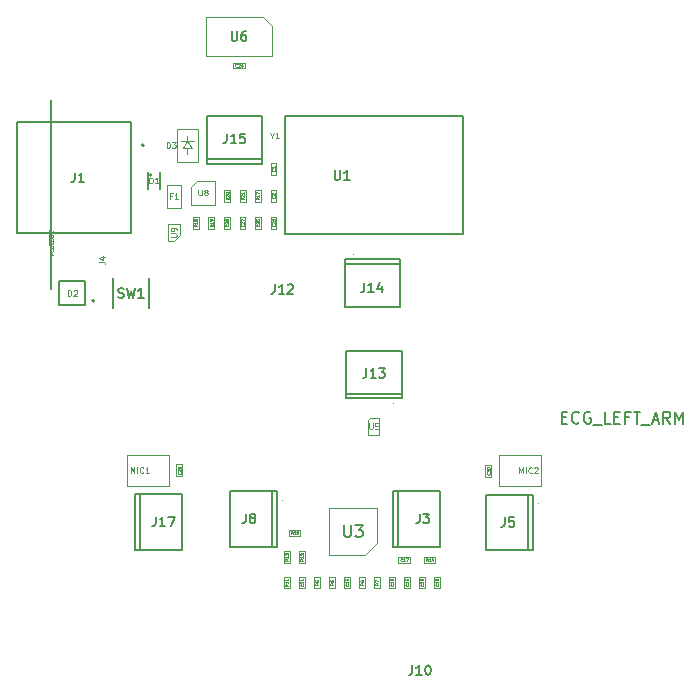
<source format=gbr>
G04 #@! TF.GenerationSoftware,KiCad,Pcbnew,(5.1.4-0-10_14)*
G04 #@! TF.CreationDate,2020-04-27T00:49:31-05:00*
G04 #@! TF.ProjectId,Lifedatalink_v1_revA,4c696665-6461-4746-916c-696e6b5f7631,rev?*
G04 #@! TF.SameCoordinates,Original*
G04 #@! TF.FileFunction,Other,Fab,Top*
%FSLAX46Y46*%
G04 Gerber Fmt 4.6, Leading zero omitted, Abs format (unit mm)*
G04 Created by KiCad (PCBNEW (5.1.4-0-10_14)) date 2020-04-27 00:49:31*
%MOMM*%
%LPD*%
G04 APERTURE LIST*
%ADD10C,0.100000*%
%ADD11C,0.127000*%
%ADD12C,0.200000*%
%ADD13C,0.080000*%
%ADD14C,0.150000*%
%ADD15C,0.040000*%
%ADD16C,0.015000*%
G04 APERTURE END LIST*
D10*
X106292640Y-112295060D02*
X109792640Y-112295060D01*
X106292640Y-109645060D02*
X109792640Y-109645060D01*
X106292640Y-112290060D02*
X106292640Y-109650060D01*
X109792640Y-112290060D02*
X109792640Y-109650060D01*
X109638140Y-113751560D02*
G75*
G03X109638140Y-113751560I-50000J0D01*
G01*
D11*
X109138140Y-117701560D02*
X108738140Y-117701560D01*
X109138140Y-113001560D02*
X109138140Y-117701560D01*
X108738140Y-113001560D02*
X109138140Y-113001560D01*
X105138140Y-113001560D02*
X108738140Y-113001560D01*
X105138140Y-117701560D02*
X105138140Y-113001560D01*
X108738140Y-117701560D02*
X105138140Y-117701560D01*
X108738140Y-113001560D02*
X108738140Y-117701560D01*
D10*
X75061440Y-116936320D02*
G75*
G03X75061440Y-116936320I-50000J0D01*
G01*
D11*
X75461440Y-112986320D02*
X75861440Y-112986320D01*
X75461440Y-117686320D02*
X75461440Y-112986320D01*
X75861440Y-117686320D02*
X75461440Y-117686320D01*
X79461440Y-117686320D02*
X75861440Y-117686320D01*
X79461440Y-112986320D02*
X79461440Y-117686320D01*
X75861440Y-112986320D02*
X79461440Y-112986320D01*
X75861440Y-117686320D02*
X75861440Y-112986320D01*
X76607800Y-97211200D02*
X76607800Y-94711200D01*
X73607800Y-94711200D02*
X73607800Y-97211200D01*
D10*
X79340000Y-86757000D02*
X79340000Y-88757000D01*
X78140000Y-86757000D02*
X79340000Y-86757000D01*
X78140000Y-88757000D02*
X78140000Y-86757000D01*
X79340000Y-88757000D02*
X78140000Y-88757000D01*
X80783000Y-82039000D02*
X80783000Y-84839000D01*
X80783000Y-84839000D02*
X78983000Y-84839000D01*
X78983000Y-84839000D02*
X78983000Y-82039000D01*
X78983000Y-82039000D02*
X80783000Y-82039000D01*
X79883000Y-82689000D02*
X79883000Y-83089000D01*
X79883000Y-83089000D02*
X80433000Y-83089000D01*
X79883000Y-83089000D02*
X79333000Y-83089000D01*
X79883000Y-83089000D02*
X80283000Y-83689000D01*
X80283000Y-83689000D02*
X79483000Y-83689000D01*
X79483000Y-83689000D02*
X79883000Y-83089000D01*
X79883000Y-83689000D02*
X79883000Y-84189000D01*
X76863200Y-85936200D02*
G75*
G03X76863200Y-85936200I-100000J0D01*
G01*
D11*
X76538200Y-85711200D02*
X76538200Y-87161200D01*
X77538200Y-85711200D02*
X77538200Y-87161200D01*
D10*
X78306940Y-109629820D02*
X74806940Y-109629820D01*
X78306940Y-112279820D02*
X74806940Y-112279820D01*
X78306940Y-109634820D02*
X78306940Y-112274820D01*
X74806940Y-109634820D02*
X74806940Y-112274820D01*
X97731960Y-118294340D02*
X98731960Y-118294340D01*
X97731960Y-118794340D02*
X97731960Y-118294340D01*
X98731960Y-118794340D02*
X97731960Y-118794340D01*
X98731960Y-118294340D02*
X98731960Y-118794340D01*
X87977020Y-113472160D02*
G75*
G03X87977020Y-113472160I-50000J0D01*
G01*
D11*
X87477020Y-117422160D02*
X87077020Y-117422160D01*
X87477020Y-112722160D02*
X87477020Y-117422160D01*
X87077020Y-112722160D02*
X87477020Y-112722160D01*
X83477020Y-112722160D02*
X87077020Y-112722160D01*
X83477020Y-117422160D02*
X83477020Y-112722160D01*
X87077020Y-117422160D02*
X83477020Y-117422160D01*
X87077020Y-112722160D02*
X87077020Y-117422160D01*
D10*
X96874960Y-116672160D02*
G75*
G03X96874960Y-116672160I-50000J0D01*
G01*
D11*
X97274960Y-112722160D02*
X97674960Y-112722160D01*
X97274960Y-117422160D02*
X97274960Y-112722160D01*
X97674960Y-117422160D02*
X97274960Y-117422160D01*
X101274960Y-117422160D02*
X97674960Y-117422160D01*
X101274960Y-112722160D02*
X101274960Y-117422160D01*
X97674960Y-112722160D02*
X101274960Y-112722160D01*
X97674960Y-117422160D02*
X97674960Y-112722160D01*
X103181800Y-90928200D02*
X103181800Y-80928200D01*
X88181800Y-90928200D02*
X103181800Y-90928200D01*
X88181800Y-80928200D02*
X88181800Y-90928200D01*
X103181800Y-80928200D02*
X88181800Y-80928200D01*
D12*
X72027756Y-96591200D02*
G75*
G03X72027756Y-96591200I-102956J0D01*
G01*
D11*
X71254800Y-94961200D02*
X71254800Y-96961200D01*
X69054800Y-94961200D02*
X71254800Y-94961200D01*
X69054800Y-96961200D02*
X69054800Y-94961200D01*
X71254800Y-96961200D02*
X69054800Y-96961200D01*
D10*
X89460960Y-116508340D02*
X88460960Y-116508340D01*
X89460960Y-116008340D02*
X89460960Y-116508340D01*
X88460960Y-116008340D02*
X89460960Y-116008340D01*
X88460960Y-116508340D02*
X88460960Y-116008340D01*
X105624440Y-110508160D02*
X105624440Y-111508160D01*
X105124440Y-110508160D02*
X105624440Y-110508160D01*
X105124440Y-111508160D02*
X105124440Y-110508160D01*
X105624440Y-111508160D02*
X105124440Y-111508160D01*
X79462440Y-110454820D02*
X79462440Y-111454820D01*
X78962440Y-110454820D02*
X79462440Y-110454820D01*
X78962440Y-111454820D02*
X78962440Y-110454820D01*
X79462440Y-111454820D02*
X78962440Y-111454820D01*
X78240000Y-91505000D02*
X78240000Y-90105000D01*
X78240000Y-90105000D02*
X79240000Y-90105000D01*
X79240000Y-90105000D02*
X79240000Y-91005000D01*
X78740000Y-91505000D02*
X78240000Y-91505000D01*
X78740000Y-91505000D02*
X79240000Y-91005000D01*
X80703800Y-86452200D02*
X82203800Y-86452200D01*
X80203800Y-86952200D02*
X80703800Y-86452200D01*
X80203800Y-88452200D02*
X80203800Y-86952200D01*
X82203800Y-88452200D02*
X80203800Y-88452200D01*
X82203800Y-86452200D02*
X82203800Y-88452200D01*
X84319300Y-88206200D02*
X84319300Y-87206200D01*
X84819300Y-88206200D02*
X84319300Y-88206200D01*
X84819300Y-87206200D02*
X84819300Y-88206200D01*
X84319300Y-87206200D02*
X84819300Y-87206200D01*
X83017550Y-88206200D02*
X83017550Y-87206200D01*
X83517550Y-88206200D02*
X83017550Y-88206200D01*
X83517550Y-87206200D02*
X83517550Y-88206200D01*
X83017550Y-87206200D02*
X83517550Y-87206200D01*
X85621050Y-88206200D02*
X85621050Y-87206200D01*
X86121050Y-88206200D02*
X85621050Y-88206200D01*
X86121050Y-87206200D02*
X86121050Y-88206200D01*
X85621050Y-87206200D02*
X86121050Y-87206200D01*
X82985300Y-90492200D02*
X82985300Y-89492200D01*
X83485300Y-90492200D02*
X82985300Y-90492200D01*
X83485300Y-89492200D02*
X83485300Y-90492200D01*
X82985300Y-89492200D02*
X83485300Y-89492200D01*
X84297800Y-90492200D02*
X84297800Y-89492200D01*
X84797800Y-90492200D02*
X84297800Y-90492200D01*
X84797800Y-89492200D02*
X84797800Y-90492200D01*
X84297800Y-89492200D02*
X84797800Y-89492200D01*
D11*
X68295800Y-79582200D02*
X68295800Y-95582200D01*
X75145800Y-81487200D02*
X65495800Y-81487200D01*
X75145800Y-90877200D02*
X75145800Y-81487200D01*
X65495800Y-81487200D02*
X65495800Y-90877200D01*
X65495800Y-90877200D02*
X75145800Y-90877200D01*
D12*
X76195800Y-83432200D02*
G75*
G03X76195800Y-83432200I-100000J0D01*
G01*
D10*
X85520800Y-85430200D02*
G75*
G03X85520800Y-85430200I-50000J0D01*
G01*
D11*
X81520800Y-84980200D02*
X81520800Y-84580200D01*
X86220800Y-84980200D02*
X81520800Y-84980200D01*
X86220800Y-84580200D02*
X86220800Y-84980200D01*
X86220800Y-80980200D02*
X86220800Y-84580200D01*
X81520800Y-80980200D02*
X86220800Y-80980200D01*
X81520800Y-84580200D02*
X81520800Y-80980200D01*
X86220800Y-84580200D02*
X81520800Y-84580200D01*
D10*
X94004800Y-92649200D02*
G75*
G03X94004800Y-92649200I-50000J0D01*
G01*
D11*
X97904800Y-93099200D02*
X97904800Y-93499200D01*
X93204800Y-93099200D02*
X97904800Y-93099200D01*
X93204800Y-93499200D02*
X93204800Y-93099200D01*
X93204800Y-97099200D02*
X93204800Y-93499200D01*
X97904800Y-97099200D02*
X93204800Y-97099200D01*
X97904800Y-93499200D02*
X97904800Y-97099200D01*
X93204800Y-93499200D02*
X97904800Y-93499200D01*
D10*
X97344680Y-105313840D02*
G75*
G03X97344680Y-105313840I-50000J0D01*
G01*
D11*
X93344680Y-104863840D02*
X93344680Y-104463840D01*
X98044680Y-104863840D02*
X93344680Y-104863840D01*
X98044680Y-104463840D02*
X98044680Y-104863840D01*
X98044680Y-100863840D02*
X98044680Y-104463840D01*
X93344680Y-100863840D02*
X98044680Y-100863840D01*
X93344680Y-104463840D02*
X93344680Y-100863840D01*
X98044680Y-104463840D02*
X93344680Y-104463840D01*
D10*
X86251640Y-72551020D02*
X87051640Y-73351020D01*
X87051640Y-73351020D02*
X87051640Y-75851020D01*
X81451640Y-75851020D02*
X87051640Y-75851020D01*
X81451640Y-72551020D02*
X81451640Y-75851020D01*
X81451640Y-72551020D02*
X86251640Y-72551020D01*
X95191480Y-107954040D02*
X96131480Y-107954040D01*
X96131480Y-107954040D02*
X96131480Y-106554040D01*
X96131480Y-106554040D02*
X95361480Y-106554040D01*
X95191480Y-106724040D02*
X95191480Y-107954040D01*
X95191480Y-106724040D02*
X95361480Y-106554040D01*
X95913960Y-117131340D02*
X94913960Y-118131340D01*
X95913960Y-114131340D02*
X95913960Y-117131340D01*
X91913960Y-114131340D02*
X95913960Y-114131340D01*
X91913960Y-118131340D02*
X91913960Y-114131340D01*
X94913960Y-118131340D02*
X91913960Y-118131340D01*
X82165000Y-89492200D02*
X82165000Y-90492200D01*
X81665000Y-89492200D02*
X82165000Y-89492200D01*
X81665000Y-90492200D02*
X81665000Y-89492200D01*
X82165000Y-90492200D02*
X81665000Y-90492200D01*
X80844200Y-89492200D02*
X80844200Y-90492200D01*
X80344200Y-89492200D02*
X80844200Y-89492200D01*
X80344200Y-90492200D02*
X80344200Y-89492200D01*
X80844200Y-90492200D02*
X80344200Y-90492200D01*
X99890960Y-118294340D02*
X100890960Y-118294340D01*
X99890960Y-118794340D02*
X99890960Y-118294340D01*
X100890960Y-118794340D02*
X99890960Y-118794340D01*
X100890960Y-118294340D02*
X100890960Y-118794340D01*
X88075960Y-118790340D02*
X88075960Y-117790340D01*
X88575960Y-118790340D02*
X88075960Y-118790340D01*
X88575960Y-117790340D02*
X88575960Y-118790340D01*
X88075960Y-117790340D02*
X88575960Y-117790340D01*
X89345960Y-118790340D02*
X89345960Y-117790340D01*
X89845960Y-118790340D02*
X89345960Y-118790340D01*
X89845960Y-117790340D02*
X89845960Y-118790340D01*
X89345960Y-117790340D02*
X89845960Y-117790340D01*
X88075960Y-120949340D02*
X88075960Y-119949340D01*
X88575960Y-120949340D02*
X88075960Y-120949340D01*
X88575960Y-119949340D02*
X88575960Y-120949340D01*
X88075960Y-119949340D02*
X88575960Y-119949340D01*
X94425960Y-120949340D02*
X94425960Y-119949340D01*
X94925960Y-120949340D02*
X94425960Y-120949340D01*
X94925960Y-119949340D02*
X94925960Y-120949340D01*
X94425960Y-119949340D02*
X94925960Y-119949340D01*
X96195960Y-119949340D02*
X96195960Y-120949340D01*
X95695960Y-119949340D02*
X96195960Y-119949340D01*
X95695960Y-120949340D02*
X95695960Y-119949340D01*
X96195960Y-120949340D02*
X95695960Y-120949340D01*
X91885960Y-120949340D02*
X91885960Y-119949340D01*
X92385960Y-120949340D02*
X91885960Y-120949340D01*
X92385960Y-119949340D02*
X92385960Y-120949340D01*
X91885960Y-119949340D02*
X92385960Y-119949340D01*
X90615960Y-120949340D02*
X90615960Y-119949340D01*
X91115960Y-120949340D02*
X90615960Y-120949340D01*
X91115960Y-119949340D02*
X91115960Y-120949340D01*
X90615960Y-119949340D02*
X91115960Y-119949340D01*
X86922800Y-90492200D02*
X86922800Y-89492200D01*
X87422800Y-90492200D02*
X86922800Y-90492200D01*
X87422800Y-89492200D02*
X87422800Y-90492200D01*
X86922800Y-89492200D02*
X87422800Y-89492200D01*
X85610300Y-90492200D02*
X85610300Y-89492200D01*
X86110300Y-90492200D02*
X85610300Y-90492200D01*
X86110300Y-89492200D02*
X86110300Y-90492200D01*
X85610300Y-89492200D02*
X86110300Y-89492200D01*
X83741640Y-76427520D02*
X84741640Y-76427520D01*
X83741640Y-76927520D02*
X83741640Y-76427520D01*
X84741640Y-76927520D02*
X83741640Y-76927520D01*
X84741640Y-76427520D02*
X84741640Y-76927520D01*
X89345960Y-120949340D02*
X89345960Y-119949340D01*
X89845960Y-120949340D02*
X89345960Y-120949340D01*
X89845960Y-119949340D02*
X89845960Y-120949340D01*
X89345960Y-119949340D02*
X89845960Y-119949340D01*
X100005960Y-119949340D02*
X100005960Y-120949340D01*
X99505960Y-119949340D02*
X100005960Y-119949340D01*
X99505960Y-120949340D02*
X99505960Y-119949340D01*
X100005960Y-120949340D02*
X99505960Y-120949340D01*
X100775960Y-120949340D02*
X100775960Y-119949340D01*
X101275960Y-120949340D02*
X100775960Y-120949340D01*
X101275960Y-119949340D02*
X101275960Y-120949340D01*
X100775960Y-119949340D02*
X101275960Y-119949340D01*
X96965960Y-120949340D02*
X96965960Y-119949340D01*
X97465960Y-120949340D02*
X96965960Y-120949340D01*
X97465960Y-119949340D02*
X97465960Y-120949340D01*
X96965960Y-119949340D02*
X97465960Y-119949340D01*
X98235960Y-120949340D02*
X98235960Y-119949340D01*
X98735960Y-120949340D02*
X98235960Y-120949340D01*
X98735960Y-119949340D02*
X98735960Y-120949340D01*
X98235960Y-119949340D02*
X98735960Y-119949340D01*
X93655960Y-119949340D02*
X93655960Y-120949340D01*
X93155960Y-119949340D02*
X93655960Y-119949340D01*
X93155960Y-120949340D02*
X93155960Y-119949340D01*
X93655960Y-120949340D02*
X93155960Y-120949340D01*
X86922800Y-88206200D02*
X86922800Y-87206200D01*
X87422800Y-88206200D02*
X86922800Y-88206200D01*
X87422800Y-87206200D02*
X87422800Y-88206200D01*
X86922800Y-87206200D02*
X87422800Y-87206200D01*
X86922800Y-85920200D02*
X86922800Y-84920200D01*
X87422800Y-85920200D02*
X86922800Y-85920200D01*
X87422800Y-84920200D02*
X87422800Y-85920200D01*
X86922800Y-84920200D02*
X87422800Y-84920200D01*
D13*
X107978830Y-111196250D02*
X107978830Y-110696250D01*
X108145497Y-111053393D01*
X108312163Y-110696250D01*
X108312163Y-111196250D01*
X108550259Y-111196250D02*
X108550259Y-110696250D01*
X109074068Y-111148631D02*
X109050259Y-111172440D01*
X108978830Y-111196250D01*
X108931211Y-111196250D01*
X108859782Y-111172440D01*
X108812163Y-111124821D01*
X108788354Y-111077202D01*
X108764544Y-110981964D01*
X108764544Y-110910536D01*
X108788354Y-110815298D01*
X108812163Y-110767679D01*
X108859782Y-110720060D01*
X108931211Y-110696250D01*
X108978830Y-110696250D01*
X109050259Y-110720060D01*
X109074068Y-110743869D01*
X109264544Y-110743869D02*
X109288354Y-110720060D01*
X109335973Y-110696250D01*
X109455020Y-110696250D01*
X109502640Y-110720060D01*
X109526449Y-110743869D01*
X109550259Y-110791488D01*
X109550259Y-110839107D01*
X109526449Y-110910536D01*
X109240735Y-111196250D01*
X109550259Y-111196250D01*
D14*
X106771473Y-114913464D02*
X106771473Y-115484893D01*
X106733378Y-115599179D01*
X106657187Y-115675369D01*
X106542901Y-115713464D01*
X106466711Y-115713464D01*
X107533378Y-114913464D02*
X107152425Y-114913464D01*
X107114330Y-115294417D01*
X107152425Y-115256321D01*
X107228616Y-115218226D01*
X107419092Y-115218226D01*
X107495282Y-115256321D01*
X107533378Y-115294417D01*
X107571473Y-115370607D01*
X107571473Y-115561083D01*
X107533378Y-115637274D01*
X107495282Y-115675369D01*
X107419092Y-115713464D01*
X107228616Y-115713464D01*
X107152425Y-115675369D01*
X107114330Y-115637274D01*
X77203380Y-114877904D02*
X77203380Y-115449333D01*
X77165285Y-115563619D01*
X77089095Y-115639809D01*
X76974809Y-115677904D01*
X76898619Y-115677904D01*
X78003380Y-115677904D02*
X77546238Y-115677904D01*
X77774809Y-115677904D02*
X77774809Y-114877904D01*
X77698619Y-114992190D01*
X77622428Y-115068380D01*
X77546238Y-115106476D01*
X78270047Y-114877904D02*
X78803380Y-114877904D01*
X78460523Y-115677904D01*
X74041133Y-96285009D02*
X74155419Y-96323104D01*
X74345895Y-96323104D01*
X74422085Y-96285009D01*
X74460180Y-96246914D01*
X74498276Y-96170723D01*
X74498276Y-96094533D01*
X74460180Y-96018342D01*
X74422085Y-95980247D01*
X74345895Y-95942152D01*
X74193514Y-95904057D01*
X74117323Y-95865961D01*
X74079228Y-95827866D01*
X74041133Y-95751676D01*
X74041133Y-95675485D01*
X74079228Y-95599295D01*
X74117323Y-95561200D01*
X74193514Y-95523104D01*
X74383990Y-95523104D01*
X74498276Y-95561200D01*
X74764942Y-95523104D02*
X74955419Y-96323104D01*
X75107800Y-95751676D01*
X75260180Y-96323104D01*
X75450657Y-95523104D01*
X76174466Y-96323104D02*
X75717323Y-96323104D01*
X75945895Y-96323104D02*
X75945895Y-95523104D01*
X75869704Y-95637390D01*
X75793514Y-95713580D01*
X75717323Y-95751676D01*
D13*
X78573333Y-87721285D02*
X78406666Y-87721285D01*
X78406666Y-87983190D02*
X78406666Y-87483190D01*
X78644761Y-87483190D01*
X79097142Y-87983190D02*
X78811428Y-87983190D01*
X78954285Y-87983190D02*
X78954285Y-87483190D01*
X78906666Y-87554619D01*
X78859047Y-87602238D01*
X78811428Y-87626047D01*
X78116952Y-83665190D02*
X78116952Y-83165190D01*
X78236000Y-83165190D01*
X78307428Y-83189000D01*
X78355047Y-83236619D01*
X78378857Y-83284238D01*
X78402666Y-83379476D01*
X78402666Y-83450904D01*
X78378857Y-83546142D01*
X78355047Y-83593761D01*
X78307428Y-83641380D01*
X78236000Y-83665190D01*
X78116952Y-83665190D01*
X78569333Y-83165190D02*
X78878857Y-83165190D01*
X78712190Y-83355666D01*
X78783619Y-83355666D01*
X78831238Y-83379476D01*
X78855047Y-83403285D01*
X78878857Y-83450904D01*
X78878857Y-83569952D01*
X78855047Y-83617571D01*
X78831238Y-83641380D01*
X78783619Y-83665190D01*
X78640761Y-83665190D01*
X78593142Y-83641380D01*
X78569333Y-83617571D01*
X72420990Y-93333866D02*
X72778133Y-93333866D01*
X72849561Y-93357676D01*
X72897180Y-93405295D01*
X72920990Y-93476723D01*
X72920990Y-93524342D01*
X72587657Y-92881485D02*
X72920990Y-92881485D01*
X72397180Y-93000533D02*
X72754323Y-93119580D01*
X72754323Y-92810057D01*
X76669152Y-86662390D02*
X76669152Y-86162390D01*
X76788200Y-86162390D01*
X76859628Y-86186200D01*
X76907247Y-86233819D01*
X76931057Y-86281438D01*
X76954866Y-86376676D01*
X76954866Y-86448104D01*
X76931057Y-86543342D01*
X76907247Y-86590961D01*
X76859628Y-86638580D01*
X76788200Y-86662390D01*
X76669152Y-86662390D01*
X77431057Y-86662390D02*
X77145342Y-86662390D01*
X77288200Y-86662390D02*
X77288200Y-86162390D01*
X77240580Y-86233819D01*
X77192961Y-86281438D01*
X77145342Y-86305247D01*
X75073130Y-111181010D02*
X75073130Y-110681010D01*
X75239797Y-111038153D01*
X75406463Y-110681010D01*
X75406463Y-111181010D01*
X75644559Y-111181010D02*
X75644559Y-110681010D01*
X76168368Y-111133391D02*
X76144559Y-111157200D01*
X76073130Y-111181010D01*
X76025511Y-111181010D01*
X75954082Y-111157200D01*
X75906463Y-111109581D01*
X75882654Y-111061962D01*
X75858844Y-110966724D01*
X75858844Y-110895296D01*
X75882654Y-110800058D01*
X75906463Y-110752439D01*
X75954082Y-110704820D01*
X76025511Y-110681010D01*
X76073130Y-110681010D01*
X76144559Y-110704820D01*
X76168368Y-110728629D01*
X76644559Y-111181010D02*
X76358844Y-111181010D01*
X76501701Y-111181010D02*
X76501701Y-110681010D01*
X76454082Y-110752439D01*
X76406463Y-110800058D01*
X76358844Y-110823867D01*
D15*
X98071245Y-118633625D02*
X98059340Y-118645530D01*
X98023626Y-118657435D01*
X97999817Y-118657435D01*
X97964102Y-118645530D01*
X97940293Y-118621720D01*
X97928388Y-118597911D01*
X97916483Y-118550292D01*
X97916483Y-118514578D01*
X97928388Y-118466959D01*
X97940293Y-118443149D01*
X97964102Y-118419340D01*
X97999817Y-118407435D01*
X98023626Y-118407435D01*
X98059340Y-118419340D01*
X98071245Y-118431244D01*
X98309340Y-118657435D02*
X98166483Y-118657435D01*
X98237912Y-118657435D02*
X98237912Y-118407435D01*
X98214102Y-118443149D01*
X98190293Y-118466959D01*
X98166483Y-118478863D01*
X98392674Y-118407435D02*
X98559340Y-118407435D01*
X98452198Y-118657435D01*
D14*
X84823333Y-114634064D02*
X84823333Y-115205493D01*
X84785238Y-115319779D01*
X84709047Y-115395969D01*
X84594761Y-115434064D01*
X84518571Y-115434064D01*
X85318571Y-114976921D02*
X85242380Y-114938826D01*
X85204285Y-114900731D01*
X85166190Y-114824540D01*
X85166190Y-114786445D01*
X85204285Y-114710255D01*
X85242380Y-114672160D01*
X85318571Y-114634064D01*
X85470952Y-114634064D01*
X85547142Y-114672160D01*
X85585238Y-114710255D01*
X85623333Y-114786445D01*
X85623333Y-114824540D01*
X85585238Y-114900731D01*
X85547142Y-114938826D01*
X85470952Y-114976921D01*
X85318571Y-114976921D01*
X85242380Y-115015017D01*
X85204285Y-115053112D01*
X85166190Y-115129302D01*
X85166190Y-115281683D01*
X85204285Y-115357874D01*
X85242380Y-115395969D01*
X85318571Y-115434064D01*
X85470952Y-115434064D01*
X85547142Y-115395969D01*
X85585238Y-115357874D01*
X85623333Y-115281683D01*
X85623333Y-115129302D01*
X85585238Y-115053112D01*
X85547142Y-115015017D01*
X85470952Y-114976921D01*
X111570142Y-106466571D02*
X111903476Y-106466571D01*
X112046333Y-106990380D02*
X111570142Y-106990380D01*
X111570142Y-105990380D01*
X112046333Y-105990380D01*
X113046333Y-106895142D02*
X112998714Y-106942761D01*
X112855857Y-106990380D01*
X112760619Y-106990380D01*
X112617761Y-106942761D01*
X112522523Y-106847523D01*
X112474904Y-106752285D01*
X112427285Y-106561809D01*
X112427285Y-106418952D01*
X112474904Y-106228476D01*
X112522523Y-106133238D01*
X112617761Y-106038000D01*
X112760619Y-105990380D01*
X112855857Y-105990380D01*
X112998714Y-106038000D01*
X113046333Y-106085619D01*
X113998714Y-106038000D02*
X113903476Y-105990380D01*
X113760619Y-105990380D01*
X113617761Y-106038000D01*
X113522523Y-106133238D01*
X113474904Y-106228476D01*
X113427285Y-106418952D01*
X113427285Y-106561809D01*
X113474904Y-106752285D01*
X113522523Y-106847523D01*
X113617761Y-106942761D01*
X113760619Y-106990380D01*
X113855857Y-106990380D01*
X113998714Y-106942761D01*
X114046333Y-106895142D01*
X114046333Y-106561809D01*
X113855857Y-106561809D01*
X114236809Y-107085619D02*
X114998714Y-107085619D01*
X115713000Y-106990380D02*
X115236809Y-106990380D01*
X115236809Y-105990380D01*
X116046333Y-106466571D02*
X116379666Y-106466571D01*
X116522523Y-106990380D02*
X116046333Y-106990380D01*
X116046333Y-105990380D01*
X116522523Y-105990380D01*
X117284428Y-106466571D02*
X116951095Y-106466571D01*
X116951095Y-106990380D02*
X116951095Y-105990380D01*
X117427285Y-105990380D01*
X117665380Y-105990380D02*
X118236809Y-105990380D01*
X117951095Y-106990380D02*
X117951095Y-105990380D01*
X118332047Y-107085619D02*
X119093952Y-107085619D01*
X119284428Y-106704666D02*
X119760619Y-106704666D01*
X119189190Y-106990380D02*
X119522523Y-105990380D01*
X119855857Y-106990380D01*
X120760619Y-106990380D02*
X120427285Y-106514190D01*
X120189190Y-106990380D02*
X120189190Y-105990380D01*
X120570142Y-105990380D01*
X120665380Y-106038000D01*
X120713000Y-106085619D01*
X120760619Y-106180857D01*
X120760619Y-106323714D01*
X120713000Y-106418952D01*
X120665380Y-106466571D01*
X120570142Y-106514190D01*
X120189190Y-106514190D01*
X121189190Y-106990380D02*
X121189190Y-105990380D01*
X121522523Y-106704666D01*
X121855857Y-105990380D01*
X121855857Y-106990380D01*
X99555333Y-114634064D02*
X99555333Y-115205493D01*
X99517238Y-115319779D01*
X99441047Y-115395969D01*
X99326761Y-115434064D01*
X99250571Y-115434064D01*
X99860095Y-114634064D02*
X100355333Y-114634064D01*
X100088666Y-114938826D01*
X100202952Y-114938826D01*
X100279142Y-114976921D01*
X100317238Y-115015017D01*
X100355333Y-115091207D01*
X100355333Y-115281683D01*
X100317238Y-115357874D01*
X100279142Y-115395969D01*
X100202952Y-115434064D01*
X99974380Y-115434064D01*
X99898190Y-115395969D01*
X99860095Y-115357874D01*
X92354476Y-85540904D02*
X92354476Y-86188523D01*
X92392571Y-86264714D01*
X92430666Y-86302809D01*
X92506857Y-86340904D01*
X92659238Y-86340904D01*
X92735428Y-86302809D01*
X92773523Y-86264714D01*
X92811619Y-86188523D01*
X92811619Y-85540904D01*
X93611619Y-86340904D02*
X93154476Y-86340904D01*
X93383047Y-86340904D02*
X93383047Y-85540904D01*
X93306857Y-85655190D01*
X93230666Y-85731380D01*
X93154476Y-85769476D01*
D13*
X69785752Y-96187390D02*
X69785752Y-95687390D01*
X69904800Y-95687390D01*
X69976228Y-95711200D01*
X70023847Y-95758819D01*
X70047657Y-95806438D01*
X70071466Y-95901676D01*
X70071466Y-95973104D01*
X70047657Y-96068342D01*
X70023847Y-96115961D01*
X69976228Y-96163580D01*
X69904800Y-96187390D01*
X69785752Y-96187390D01*
X70261942Y-95735009D02*
X70285752Y-95711200D01*
X70333371Y-95687390D01*
X70452419Y-95687390D01*
X70500038Y-95711200D01*
X70523847Y-95735009D01*
X70547657Y-95782628D01*
X70547657Y-95830247D01*
X70523847Y-95901676D01*
X70238133Y-96187390D01*
X70547657Y-96187390D01*
D14*
X87287180Y-95192904D02*
X87287180Y-95764333D01*
X87249085Y-95878619D01*
X87172895Y-95954809D01*
X87058609Y-95992904D01*
X86982419Y-95992904D01*
X88087180Y-95992904D02*
X87630038Y-95992904D01*
X87858609Y-95992904D02*
X87858609Y-95192904D01*
X87782419Y-95307190D01*
X87706228Y-95383380D01*
X87630038Y-95421476D01*
X88391942Y-95269095D02*
X88430038Y-95231000D01*
X88506228Y-95192904D01*
X88696704Y-95192904D01*
X88772895Y-95231000D01*
X88810990Y-95269095D01*
X88849085Y-95345285D01*
X88849085Y-95421476D01*
X88810990Y-95535761D01*
X88353847Y-95992904D01*
X88849085Y-95992904D01*
D15*
X88800245Y-116371435D02*
X88716912Y-116252387D01*
X88657388Y-116371435D02*
X88657388Y-116121435D01*
X88752626Y-116121435D01*
X88776436Y-116133340D01*
X88788340Y-116145244D01*
X88800245Y-116169054D01*
X88800245Y-116204768D01*
X88788340Y-116228578D01*
X88776436Y-116240482D01*
X88752626Y-116252387D01*
X88657388Y-116252387D01*
X88895483Y-116145244D02*
X88907388Y-116133340D01*
X88931198Y-116121435D01*
X88990721Y-116121435D01*
X89014531Y-116133340D01*
X89026436Y-116145244D01*
X89038340Y-116169054D01*
X89038340Y-116192863D01*
X89026436Y-116228578D01*
X88883579Y-116371435D01*
X89038340Y-116371435D01*
X89133579Y-116145244D02*
X89145483Y-116133340D01*
X89169293Y-116121435D01*
X89228817Y-116121435D01*
X89252626Y-116133340D01*
X89264531Y-116145244D01*
X89276436Y-116169054D01*
X89276436Y-116192863D01*
X89264531Y-116228578D01*
X89121674Y-116371435D01*
X89276436Y-116371435D01*
X105463725Y-111168874D02*
X105475630Y-111180779D01*
X105487535Y-111216493D01*
X105487535Y-111240302D01*
X105475630Y-111276017D01*
X105451820Y-111299826D01*
X105428011Y-111311731D01*
X105380392Y-111323636D01*
X105344678Y-111323636D01*
X105297059Y-111311731D01*
X105273249Y-111299826D01*
X105249440Y-111276017D01*
X105237535Y-111240302D01*
X105237535Y-111216493D01*
X105249440Y-111180779D01*
X105261344Y-111168874D01*
X105237535Y-111085540D02*
X105237535Y-110930779D01*
X105332773Y-111014112D01*
X105332773Y-110978398D01*
X105344678Y-110954588D01*
X105356582Y-110942683D01*
X105380392Y-110930779D01*
X105439916Y-110930779D01*
X105463725Y-110942683D01*
X105475630Y-110954588D01*
X105487535Y-110978398D01*
X105487535Y-111049826D01*
X105475630Y-111073636D01*
X105463725Y-111085540D01*
X105237535Y-110776017D02*
X105237535Y-110752207D01*
X105249440Y-110728398D01*
X105261344Y-110716493D01*
X105285154Y-110704588D01*
X105332773Y-110692683D01*
X105392297Y-110692683D01*
X105439916Y-110704588D01*
X105463725Y-110716493D01*
X105475630Y-110728398D01*
X105487535Y-110752207D01*
X105487535Y-110776017D01*
X105475630Y-110799826D01*
X105463725Y-110811731D01*
X105439916Y-110823636D01*
X105392297Y-110835540D01*
X105332773Y-110835540D01*
X105285154Y-110823636D01*
X105261344Y-110811731D01*
X105249440Y-110799826D01*
X105237535Y-110776017D01*
X79301725Y-111115534D02*
X79313630Y-111127439D01*
X79325535Y-111163153D01*
X79325535Y-111186962D01*
X79313630Y-111222677D01*
X79289820Y-111246486D01*
X79266011Y-111258391D01*
X79218392Y-111270296D01*
X79182678Y-111270296D01*
X79135059Y-111258391D01*
X79111249Y-111246486D01*
X79087440Y-111222677D01*
X79075535Y-111186962D01*
X79075535Y-111163153D01*
X79087440Y-111127439D01*
X79099344Y-111115534D01*
X79099344Y-111020296D02*
X79087440Y-111008391D01*
X79075535Y-110984581D01*
X79075535Y-110925058D01*
X79087440Y-110901248D01*
X79099344Y-110889343D01*
X79123154Y-110877439D01*
X79146963Y-110877439D01*
X79182678Y-110889343D01*
X79325535Y-111032200D01*
X79325535Y-110877439D01*
X79325535Y-110758391D02*
X79325535Y-110710772D01*
X79313630Y-110686962D01*
X79301725Y-110675058D01*
X79266011Y-110651248D01*
X79218392Y-110639343D01*
X79123154Y-110639343D01*
X79099344Y-110651248D01*
X79087440Y-110663153D01*
X79075535Y-110686962D01*
X79075535Y-110734581D01*
X79087440Y-110758391D01*
X79099344Y-110770296D01*
X79123154Y-110782200D01*
X79182678Y-110782200D01*
X79206487Y-110770296D01*
X79218392Y-110758391D01*
X79230297Y-110734581D01*
X79230297Y-110686962D01*
X79218392Y-110663153D01*
X79206487Y-110651248D01*
X79182678Y-110639343D01*
D13*
X78466190Y-91185952D02*
X78870952Y-91185952D01*
X78918571Y-91162142D01*
X78942380Y-91138333D01*
X78966190Y-91090714D01*
X78966190Y-90995476D01*
X78942380Y-90947857D01*
X78918571Y-90924047D01*
X78870952Y-90900238D01*
X78466190Y-90900238D01*
X78966190Y-90638333D02*
X78966190Y-90543095D01*
X78942380Y-90495476D01*
X78918571Y-90471666D01*
X78847142Y-90424047D01*
X78751904Y-90400238D01*
X78561428Y-90400238D01*
X78513809Y-90424047D01*
X78490000Y-90447857D01*
X78466190Y-90495476D01*
X78466190Y-90590714D01*
X78490000Y-90638333D01*
X78513809Y-90662142D01*
X78561428Y-90685952D01*
X78680476Y-90685952D01*
X78728095Y-90662142D01*
X78751904Y-90638333D01*
X78775714Y-90590714D01*
X78775714Y-90495476D01*
X78751904Y-90447857D01*
X78728095Y-90424047D01*
X78680476Y-90400238D01*
X80822847Y-87178390D02*
X80822847Y-87583152D01*
X80846657Y-87630771D01*
X80870466Y-87654580D01*
X80918085Y-87678390D01*
X81013323Y-87678390D01*
X81060942Y-87654580D01*
X81084752Y-87630771D01*
X81108561Y-87583152D01*
X81108561Y-87178390D01*
X81418085Y-87392676D02*
X81370466Y-87368866D01*
X81346657Y-87345057D01*
X81322847Y-87297438D01*
X81322847Y-87273628D01*
X81346657Y-87226009D01*
X81370466Y-87202200D01*
X81418085Y-87178390D01*
X81513323Y-87178390D01*
X81560942Y-87202200D01*
X81584752Y-87226009D01*
X81608561Y-87273628D01*
X81608561Y-87297438D01*
X81584752Y-87345057D01*
X81560942Y-87368866D01*
X81513323Y-87392676D01*
X81418085Y-87392676D01*
X81370466Y-87416485D01*
X81346657Y-87440295D01*
X81322847Y-87487914D01*
X81322847Y-87583152D01*
X81346657Y-87630771D01*
X81370466Y-87654580D01*
X81418085Y-87678390D01*
X81513323Y-87678390D01*
X81560942Y-87654580D01*
X81584752Y-87630771D01*
X81608561Y-87583152D01*
X81608561Y-87487914D01*
X81584752Y-87440295D01*
X81560942Y-87416485D01*
X81513323Y-87392676D01*
D15*
X84682395Y-87866914D02*
X84563347Y-87950247D01*
X84682395Y-88009771D02*
X84432395Y-88009771D01*
X84432395Y-87914533D01*
X84444300Y-87890723D01*
X84456204Y-87878819D01*
X84480014Y-87866914D01*
X84515728Y-87866914D01*
X84539538Y-87878819D01*
X84551442Y-87890723D01*
X84563347Y-87914533D01*
X84563347Y-88009771D01*
X84456204Y-87771676D02*
X84444300Y-87759771D01*
X84432395Y-87735961D01*
X84432395Y-87676438D01*
X84444300Y-87652628D01*
X84456204Y-87640723D01*
X84480014Y-87628819D01*
X84503823Y-87628819D01*
X84539538Y-87640723D01*
X84682395Y-87783580D01*
X84682395Y-87628819D01*
X84682395Y-87390723D02*
X84682395Y-87533580D01*
X84682395Y-87462152D02*
X84432395Y-87462152D01*
X84468109Y-87485961D01*
X84491919Y-87509771D01*
X84503823Y-87533580D01*
X83380645Y-87866914D02*
X83261597Y-87950247D01*
X83380645Y-88009771D02*
X83130645Y-88009771D01*
X83130645Y-87914533D01*
X83142550Y-87890723D01*
X83154454Y-87878819D01*
X83178264Y-87866914D01*
X83213978Y-87866914D01*
X83237788Y-87878819D01*
X83249692Y-87890723D01*
X83261597Y-87914533D01*
X83261597Y-88009771D01*
X83154454Y-87771676D02*
X83142550Y-87759771D01*
X83130645Y-87735961D01*
X83130645Y-87676438D01*
X83142550Y-87652628D01*
X83154454Y-87640723D01*
X83178264Y-87628819D01*
X83202073Y-87628819D01*
X83237788Y-87640723D01*
X83380645Y-87783580D01*
X83380645Y-87628819D01*
X83130645Y-87474057D02*
X83130645Y-87450247D01*
X83142550Y-87426438D01*
X83154454Y-87414533D01*
X83178264Y-87402628D01*
X83225883Y-87390723D01*
X83285407Y-87390723D01*
X83333026Y-87402628D01*
X83356835Y-87414533D01*
X83368740Y-87426438D01*
X83380645Y-87450247D01*
X83380645Y-87474057D01*
X83368740Y-87497866D01*
X83356835Y-87509771D01*
X83333026Y-87521676D01*
X83285407Y-87533580D01*
X83225883Y-87533580D01*
X83178264Y-87521676D01*
X83154454Y-87509771D01*
X83142550Y-87497866D01*
X83130645Y-87474057D01*
X85984145Y-87866914D02*
X85865097Y-87950247D01*
X85984145Y-88009771D02*
X85734145Y-88009771D01*
X85734145Y-87914533D01*
X85746050Y-87890723D01*
X85757954Y-87878819D01*
X85781764Y-87866914D01*
X85817478Y-87866914D01*
X85841288Y-87878819D01*
X85853192Y-87890723D01*
X85865097Y-87914533D01*
X85865097Y-88009771D01*
X85984145Y-87628819D02*
X85984145Y-87771676D01*
X85984145Y-87700247D02*
X85734145Y-87700247D01*
X85769859Y-87724057D01*
X85793669Y-87747866D01*
X85805573Y-87771676D01*
X85734145Y-87545485D02*
X85734145Y-87378819D01*
X85984145Y-87485961D01*
X83324585Y-90152914D02*
X83336490Y-90164819D01*
X83348395Y-90200533D01*
X83348395Y-90224342D01*
X83336490Y-90260057D01*
X83312680Y-90283866D01*
X83288871Y-90295771D01*
X83241252Y-90307676D01*
X83205538Y-90307676D01*
X83157919Y-90295771D01*
X83134109Y-90283866D01*
X83110300Y-90260057D01*
X83098395Y-90224342D01*
X83098395Y-90200533D01*
X83110300Y-90164819D01*
X83122204Y-90152914D01*
X83122204Y-90057676D02*
X83110300Y-90045771D01*
X83098395Y-90021961D01*
X83098395Y-89962438D01*
X83110300Y-89938628D01*
X83122204Y-89926723D01*
X83146014Y-89914819D01*
X83169823Y-89914819D01*
X83205538Y-89926723D01*
X83348395Y-90069580D01*
X83348395Y-89914819D01*
X83205538Y-89771961D02*
X83193633Y-89795771D01*
X83181728Y-89807676D01*
X83157919Y-89819580D01*
X83146014Y-89819580D01*
X83122204Y-89807676D01*
X83110300Y-89795771D01*
X83098395Y-89771961D01*
X83098395Y-89724342D01*
X83110300Y-89700533D01*
X83122204Y-89688628D01*
X83146014Y-89676723D01*
X83157919Y-89676723D01*
X83181728Y-89688628D01*
X83193633Y-89700533D01*
X83205538Y-89724342D01*
X83205538Y-89771961D01*
X83217442Y-89795771D01*
X83229347Y-89807676D01*
X83253157Y-89819580D01*
X83300776Y-89819580D01*
X83324585Y-89807676D01*
X83336490Y-89795771D01*
X83348395Y-89771961D01*
X83348395Y-89724342D01*
X83336490Y-89700533D01*
X83324585Y-89688628D01*
X83300776Y-89676723D01*
X83253157Y-89676723D01*
X83229347Y-89688628D01*
X83217442Y-89700533D01*
X83205538Y-89724342D01*
X84637085Y-90152914D02*
X84648990Y-90164819D01*
X84660895Y-90200533D01*
X84660895Y-90224342D01*
X84648990Y-90260057D01*
X84625180Y-90283866D01*
X84601371Y-90295771D01*
X84553752Y-90307676D01*
X84518038Y-90307676D01*
X84470419Y-90295771D01*
X84446609Y-90283866D01*
X84422800Y-90260057D01*
X84410895Y-90224342D01*
X84410895Y-90200533D01*
X84422800Y-90164819D01*
X84434704Y-90152914D01*
X84434704Y-90057676D02*
X84422800Y-90045771D01*
X84410895Y-90021961D01*
X84410895Y-89962438D01*
X84422800Y-89938628D01*
X84434704Y-89926723D01*
X84458514Y-89914819D01*
X84482323Y-89914819D01*
X84518038Y-89926723D01*
X84660895Y-90069580D01*
X84660895Y-89914819D01*
X84410895Y-89831485D02*
X84410895Y-89664819D01*
X84660895Y-89771961D01*
D14*
X98920380Y-127450904D02*
X98920380Y-128022333D01*
X98882285Y-128136619D01*
X98806095Y-128212809D01*
X98691809Y-128250904D01*
X98615619Y-128250904D01*
X99720380Y-128250904D02*
X99263238Y-128250904D01*
X99491809Y-128250904D02*
X99491809Y-127450904D01*
X99415619Y-127565190D01*
X99339428Y-127641380D01*
X99263238Y-127679476D01*
X100215619Y-127450904D02*
X100291809Y-127450904D01*
X100368000Y-127489000D01*
X100406095Y-127527095D01*
X100444190Y-127603285D01*
X100482285Y-127755666D01*
X100482285Y-127946142D01*
X100444190Y-128098523D01*
X100406095Y-128174714D01*
X100368000Y-128212809D01*
X100291809Y-128250904D01*
X100215619Y-128250904D01*
X100139428Y-128212809D01*
X100101333Y-128174714D01*
X100063238Y-128098523D01*
X100025142Y-127946142D01*
X100025142Y-127755666D01*
X100063238Y-127603285D01*
X100101333Y-127527095D01*
X100139428Y-127489000D01*
X100215619Y-127450904D01*
X70345333Y-85744104D02*
X70345333Y-86315533D01*
X70307238Y-86429819D01*
X70231047Y-86506009D01*
X70116761Y-86544104D01*
X70040571Y-86544104D01*
X71145333Y-86544104D02*
X70688190Y-86544104D01*
X70916761Y-86544104D02*
X70916761Y-85744104D01*
X70840571Y-85858390D01*
X70764380Y-85934580D01*
X70688190Y-85972676D01*
D16*
X68540561Y-92745533D02*
X68220561Y-92745533D01*
X68220561Y-92623628D01*
X68235800Y-92593152D01*
X68251038Y-92577914D01*
X68281514Y-92562676D01*
X68327228Y-92562676D01*
X68357704Y-92577914D01*
X68372942Y-92593152D01*
X68388180Y-92623628D01*
X68388180Y-92745533D01*
X68510085Y-92242676D02*
X68525323Y-92257914D01*
X68540561Y-92303628D01*
X68540561Y-92334104D01*
X68525323Y-92379819D01*
X68494847Y-92410295D01*
X68464371Y-92425533D01*
X68403419Y-92440771D01*
X68357704Y-92440771D01*
X68296752Y-92425533D01*
X68266276Y-92410295D01*
X68235800Y-92379819D01*
X68220561Y-92334104D01*
X68220561Y-92303628D01*
X68235800Y-92257914D01*
X68251038Y-92242676D01*
X68372942Y-91998866D02*
X68388180Y-91953152D01*
X68403419Y-91937914D01*
X68433895Y-91922676D01*
X68479609Y-91922676D01*
X68510085Y-91937914D01*
X68525323Y-91953152D01*
X68540561Y-91983628D01*
X68540561Y-92105533D01*
X68220561Y-92105533D01*
X68220561Y-91998866D01*
X68235800Y-91968390D01*
X68251038Y-91953152D01*
X68281514Y-91937914D01*
X68311990Y-91937914D01*
X68342466Y-91953152D01*
X68357704Y-91968390D01*
X68372942Y-91998866D01*
X68372942Y-92105533D01*
X68145900Y-91861723D02*
X68145900Y-91572200D01*
X68372942Y-91785533D02*
X68372942Y-91678866D01*
X68540561Y-91633152D02*
X68540561Y-91785533D01*
X68220561Y-91785533D01*
X68220561Y-91633152D01*
X68145900Y-91572200D02*
X68145900Y-91252200D01*
X68540561Y-91496009D02*
X68220561Y-91496009D01*
X68220561Y-91419819D01*
X68235800Y-91374104D01*
X68266276Y-91343628D01*
X68296752Y-91328390D01*
X68357704Y-91313152D01*
X68403419Y-91313152D01*
X68464371Y-91328390D01*
X68494847Y-91343628D01*
X68525323Y-91374104D01*
X68540561Y-91419819D01*
X68540561Y-91496009D01*
X68145900Y-91252200D02*
X68145900Y-90932200D01*
X68235800Y-91008390D02*
X68220561Y-91038866D01*
X68220561Y-91084580D01*
X68235800Y-91130295D01*
X68266276Y-91160771D01*
X68296752Y-91176009D01*
X68357704Y-91191247D01*
X68403419Y-91191247D01*
X68464371Y-91176009D01*
X68494847Y-91160771D01*
X68525323Y-91130295D01*
X68540561Y-91084580D01*
X68540561Y-91054104D01*
X68525323Y-91008390D01*
X68510085Y-90993152D01*
X68403419Y-90993152D01*
X68403419Y-91054104D01*
X68145900Y-90932200D02*
X68145900Y-90642676D01*
X68372942Y-90856009D02*
X68372942Y-90749342D01*
X68540561Y-90703628D02*
X68540561Y-90856009D01*
X68220561Y-90856009D01*
X68220561Y-90703628D01*
D13*
X87061704Y-82614295D02*
X87061704Y-82852390D01*
X86895038Y-82352390D02*
X87061704Y-82614295D01*
X87228371Y-82352390D01*
X87656942Y-82852390D02*
X87371228Y-82852390D01*
X87514085Y-82852390D02*
X87514085Y-82352390D01*
X87466466Y-82423819D01*
X87418847Y-82471438D01*
X87371228Y-82495247D01*
D14*
X83223180Y-82442104D02*
X83223180Y-83013533D01*
X83185085Y-83127819D01*
X83108895Y-83204009D01*
X82994609Y-83242104D01*
X82918419Y-83242104D01*
X84023180Y-83242104D02*
X83566038Y-83242104D01*
X83794609Y-83242104D02*
X83794609Y-82442104D01*
X83718419Y-82556390D01*
X83642228Y-82632580D01*
X83566038Y-82670676D01*
X84746990Y-82442104D02*
X84366038Y-82442104D01*
X84327942Y-82823057D01*
X84366038Y-82784961D01*
X84442228Y-82746866D01*
X84632704Y-82746866D01*
X84708895Y-82784961D01*
X84746990Y-82823057D01*
X84785085Y-82899247D01*
X84785085Y-83089723D01*
X84746990Y-83165914D01*
X84708895Y-83204009D01*
X84632704Y-83242104D01*
X84442228Y-83242104D01*
X84366038Y-83204009D01*
X84327942Y-83165914D01*
X94856380Y-95065904D02*
X94856380Y-95637333D01*
X94818285Y-95751619D01*
X94742095Y-95827809D01*
X94627809Y-95865904D01*
X94551619Y-95865904D01*
X95656380Y-95865904D02*
X95199238Y-95865904D01*
X95427809Y-95865904D02*
X95427809Y-95065904D01*
X95351619Y-95180190D01*
X95275428Y-95256380D01*
X95199238Y-95294476D01*
X96342095Y-95332571D02*
X96342095Y-95865904D01*
X96151619Y-95027809D02*
X95961142Y-95599238D01*
X96456380Y-95599238D01*
X95047060Y-102325744D02*
X95047060Y-102897173D01*
X95008965Y-103011459D01*
X94932775Y-103087649D01*
X94818489Y-103125744D01*
X94742299Y-103125744D01*
X95847060Y-103125744D02*
X95389918Y-103125744D01*
X95618489Y-103125744D02*
X95618489Y-102325744D01*
X95542299Y-102440030D01*
X95466108Y-102516220D01*
X95389918Y-102554316D01*
X96113727Y-102325744D02*
X96608965Y-102325744D01*
X96342299Y-102630506D01*
X96456584Y-102630506D01*
X96532775Y-102668601D01*
X96570870Y-102706697D01*
X96608965Y-102782887D01*
X96608965Y-102973363D01*
X96570870Y-103049554D01*
X96532775Y-103087649D01*
X96456584Y-103125744D01*
X96228013Y-103125744D01*
X96151822Y-103087649D01*
X96113727Y-103049554D01*
X83632116Y-73762924D02*
X83632116Y-74410543D01*
X83670211Y-74486734D01*
X83708306Y-74524829D01*
X83784497Y-74562924D01*
X83936878Y-74562924D01*
X84013068Y-74524829D01*
X84051163Y-74486734D01*
X84089259Y-74410543D01*
X84089259Y-73762924D01*
X84813068Y-73762924D02*
X84660687Y-73762924D01*
X84584497Y-73801020D01*
X84546401Y-73839115D01*
X84470211Y-73953400D01*
X84432116Y-74105781D01*
X84432116Y-74410543D01*
X84470211Y-74486734D01*
X84508306Y-74524829D01*
X84584497Y-74562924D01*
X84736878Y-74562924D01*
X84813068Y-74524829D01*
X84851163Y-74486734D01*
X84889259Y-74410543D01*
X84889259Y-74220067D01*
X84851163Y-74143877D01*
X84813068Y-74105781D01*
X84736878Y-74067686D01*
X84584497Y-74067686D01*
X84508306Y-74105781D01*
X84470211Y-74143877D01*
X84432116Y-74220067D01*
D13*
X95280527Y-106980230D02*
X95280527Y-107384992D01*
X95304337Y-107432611D01*
X95328146Y-107456420D01*
X95375765Y-107480230D01*
X95471003Y-107480230D01*
X95518622Y-107456420D01*
X95542432Y-107432611D01*
X95566241Y-107384992D01*
X95566241Y-106980230D01*
X96042432Y-106980230D02*
X95804337Y-106980230D01*
X95780527Y-107218325D01*
X95804337Y-107194516D01*
X95851956Y-107170706D01*
X95971003Y-107170706D01*
X96018622Y-107194516D01*
X96042432Y-107218325D01*
X96066241Y-107265944D01*
X96066241Y-107384992D01*
X96042432Y-107432611D01*
X96018622Y-107456420D01*
X95971003Y-107480230D01*
X95851956Y-107480230D01*
X95804337Y-107456420D01*
X95780527Y-107432611D01*
D14*
X93152055Y-115583720D02*
X93152055Y-116393244D01*
X93199674Y-116488482D01*
X93247293Y-116536101D01*
X93342531Y-116583720D01*
X93533007Y-116583720D01*
X93628245Y-116536101D01*
X93675864Y-116488482D01*
X93723483Y-116393244D01*
X93723483Y-115583720D01*
X94104436Y-115583720D02*
X94723483Y-115583720D01*
X94390150Y-115964673D01*
X94533007Y-115964673D01*
X94628245Y-116012292D01*
X94675864Y-116059911D01*
X94723483Y-116155149D01*
X94723483Y-116393244D01*
X94675864Y-116488482D01*
X94628245Y-116536101D01*
X94533007Y-116583720D01*
X94247293Y-116583720D01*
X94152055Y-116536101D01*
X94104436Y-116488482D01*
D15*
X82028095Y-90152914D02*
X81909047Y-90236247D01*
X82028095Y-90295771D02*
X81778095Y-90295771D01*
X81778095Y-90200533D01*
X81790000Y-90176723D01*
X81801904Y-90164819D01*
X81825714Y-90152914D01*
X81861428Y-90152914D01*
X81885238Y-90164819D01*
X81897142Y-90176723D01*
X81909047Y-90200533D01*
X81909047Y-90295771D01*
X82028095Y-89914819D02*
X82028095Y-90057676D01*
X82028095Y-89986247D02*
X81778095Y-89986247D01*
X81813809Y-90010057D01*
X81837619Y-90033866D01*
X81849523Y-90057676D01*
X82028095Y-89795771D02*
X82028095Y-89748152D01*
X82016190Y-89724342D01*
X82004285Y-89712438D01*
X81968571Y-89688628D01*
X81920952Y-89676723D01*
X81825714Y-89676723D01*
X81801904Y-89688628D01*
X81790000Y-89700533D01*
X81778095Y-89724342D01*
X81778095Y-89771961D01*
X81790000Y-89795771D01*
X81801904Y-89807676D01*
X81825714Y-89819580D01*
X81885238Y-89819580D01*
X81909047Y-89807676D01*
X81920952Y-89795771D01*
X81932857Y-89771961D01*
X81932857Y-89724342D01*
X81920952Y-89700533D01*
X81909047Y-89688628D01*
X81885238Y-89676723D01*
X80707295Y-90152914D02*
X80588247Y-90236247D01*
X80707295Y-90295771D02*
X80457295Y-90295771D01*
X80457295Y-90200533D01*
X80469200Y-90176723D01*
X80481104Y-90164819D01*
X80504914Y-90152914D01*
X80540628Y-90152914D01*
X80564438Y-90164819D01*
X80576342Y-90176723D01*
X80588247Y-90200533D01*
X80588247Y-90295771D01*
X80707295Y-89914819D02*
X80707295Y-90057676D01*
X80707295Y-89986247D02*
X80457295Y-89986247D01*
X80493009Y-90010057D01*
X80516819Y-90033866D01*
X80528723Y-90057676D01*
X80564438Y-89771961D02*
X80552533Y-89795771D01*
X80540628Y-89807676D01*
X80516819Y-89819580D01*
X80504914Y-89819580D01*
X80481104Y-89807676D01*
X80469200Y-89795771D01*
X80457295Y-89771961D01*
X80457295Y-89724342D01*
X80469200Y-89700533D01*
X80481104Y-89688628D01*
X80504914Y-89676723D01*
X80516819Y-89676723D01*
X80540628Y-89688628D01*
X80552533Y-89700533D01*
X80564438Y-89724342D01*
X80564438Y-89771961D01*
X80576342Y-89795771D01*
X80588247Y-89807676D01*
X80612057Y-89819580D01*
X80659676Y-89819580D01*
X80683485Y-89807676D01*
X80695390Y-89795771D01*
X80707295Y-89771961D01*
X80707295Y-89724342D01*
X80695390Y-89700533D01*
X80683485Y-89688628D01*
X80659676Y-89676723D01*
X80612057Y-89676723D01*
X80588247Y-89688628D01*
X80576342Y-89700533D01*
X80564438Y-89724342D01*
X100230245Y-118657435D02*
X100146912Y-118538387D01*
X100087388Y-118657435D02*
X100087388Y-118407435D01*
X100182626Y-118407435D01*
X100206436Y-118419340D01*
X100218340Y-118431244D01*
X100230245Y-118455054D01*
X100230245Y-118490768D01*
X100218340Y-118514578D01*
X100206436Y-118526482D01*
X100182626Y-118538387D01*
X100087388Y-118538387D01*
X100468340Y-118657435D02*
X100325483Y-118657435D01*
X100396912Y-118657435D02*
X100396912Y-118407435D01*
X100373102Y-118443149D01*
X100349293Y-118466959D01*
X100325483Y-118478863D01*
X100682626Y-118490768D02*
X100682626Y-118657435D01*
X100623102Y-118395530D02*
X100563579Y-118574101D01*
X100718340Y-118574101D01*
X88439055Y-118451054D02*
X88320007Y-118534387D01*
X88439055Y-118593911D02*
X88189055Y-118593911D01*
X88189055Y-118498673D01*
X88200960Y-118474863D01*
X88212864Y-118462959D01*
X88236674Y-118451054D01*
X88272388Y-118451054D01*
X88296198Y-118462959D01*
X88308102Y-118474863D01*
X88320007Y-118498673D01*
X88320007Y-118593911D01*
X88439055Y-118212959D02*
X88439055Y-118355816D01*
X88439055Y-118284387D02*
X88189055Y-118284387D01*
X88224769Y-118308197D01*
X88248579Y-118332006D01*
X88260483Y-118355816D01*
X88189055Y-118129625D02*
X88189055Y-117974863D01*
X88284293Y-118058197D01*
X88284293Y-118022482D01*
X88296198Y-117998673D01*
X88308102Y-117986768D01*
X88331912Y-117974863D01*
X88391436Y-117974863D01*
X88415245Y-117986768D01*
X88427150Y-117998673D01*
X88439055Y-118022482D01*
X88439055Y-118093911D01*
X88427150Y-118117720D01*
X88415245Y-118129625D01*
X89709055Y-118451054D02*
X89590007Y-118534387D01*
X89709055Y-118593911D02*
X89459055Y-118593911D01*
X89459055Y-118498673D01*
X89470960Y-118474863D01*
X89482864Y-118462959D01*
X89506674Y-118451054D01*
X89542388Y-118451054D01*
X89566198Y-118462959D01*
X89578102Y-118474863D01*
X89590007Y-118498673D01*
X89590007Y-118593911D01*
X89709055Y-118212959D02*
X89709055Y-118355816D01*
X89709055Y-118284387D02*
X89459055Y-118284387D01*
X89494769Y-118308197D01*
X89518579Y-118332006D01*
X89530483Y-118355816D01*
X89482864Y-118117720D02*
X89470960Y-118105816D01*
X89459055Y-118082006D01*
X89459055Y-118022482D01*
X89470960Y-117998673D01*
X89482864Y-117986768D01*
X89506674Y-117974863D01*
X89530483Y-117974863D01*
X89566198Y-117986768D01*
X89709055Y-118129625D01*
X89709055Y-117974863D01*
X88439055Y-120610054D02*
X88320007Y-120693387D01*
X88439055Y-120752911D02*
X88189055Y-120752911D01*
X88189055Y-120657673D01*
X88200960Y-120633863D01*
X88212864Y-120621959D01*
X88236674Y-120610054D01*
X88272388Y-120610054D01*
X88296198Y-120621959D01*
X88308102Y-120633863D01*
X88320007Y-120657673D01*
X88320007Y-120752911D01*
X88439055Y-120371959D02*
X88439055Y-120514816D01*
X88439055Y-120443387D02*
X88189055Y-120443387D01*
X88224769Y-120467197D01*
X88248579Y-120491006D01*
X88260483Y-120514816D01*
X88439055Y-120133863D02*
X88439055Y-120276720D01*
X88439055Y-120205292D02*
X88189055Y-120205292D01*
X88224769Y-120229101D01*
X88248579Y-120252911D01*
X88260483Y-120276720D01*
X94789055Y-120491006D02*
X94670007Y-120574340D01*
X94789055Y-120633863D02*
X94539055Y-120633863D01*
X94539055Y-120538625D01*
X94550960Y-120514816D01*
X94562864Y-120502911D01*
X94586674Y-120491006D01*
X94622388Y-120491006D01*
X94646198Y-120502911D01*
X94658102Y-120514816D01*
X94670007Y-120538625D01*
X94670007Y-120633863D01*
X94646198Y-120348149D02*
X94634293Y-120371959D01*
X94622388Y-120383863D01*
X94598579Y-120395768D01*
X94586674Y-120395768D01*
X94562864Y-120383863D01*
X94550960Y-120371959D01*
X94539055Y-120348149D01*
X94539055Y-120300530D01*
X94550960Y-120276720D01*
X94562864Y-120264816D01*
X94586674Y-120252911D01*
X94598579Y-120252911D01*
X94622388Y-120264816D01*
X94634293Y-120276720D01*
X94646198Y-120300530D01*
X94646198Y-120348149D01*
X94658102Y-120371959D01*
X94670007Y-120383863D01*
X94693817Y-120395768D01*
X94741436Y-120395768D01*
X94765245Y-120383863D01*
X94777150Y-120371959D01*
X94789055Y-120348149D01*
X94789055Y-120300530D01*
X94777150Y-120276720D01*
X94765245Y-120264816D01*
X94741436Y-120252911D01*
X94693817Y-120252911D01*
X94670007Y-120264816D01*
X94658102Y-120276720D01*
X94646198Y-120300530D01*
X96059055Y-120491006D02*
X95940007Y-120574340D01*
X96059055Y-120633863D02*
X95809055Y-120633863D01*
X95809055Y-120538625D01*
X95820960Y-120514816D01*
X95832864Y-120502911D01*
X95856674Y-120491006D01*
X95892388Y-120491006D01*
X95916198Y-120502911D01*
X95928102Y-120514816D01*
X95940007Y-120538625D01*
X95940007Y-120633863D01*
X95809055Y-120407673D02*
X95809055Y-120241006D01*
X96059055Y-120348149D01*
X92249055Y-120491006D02*
X92130007Y-120574340D01*
X92249055Y-120633863D02*
X91999055Y-120633863D01*
X91999055Y-120538625D01*
X92010960Y-120514816D01*
X92022864Y-120502911D01*
X92046674Y-120491006D01*
X92082388Y-120491006D01*
X92106198Y-120502911D01*
X92118102Y-120514816D01*
X92130007Y-120538625D01*
X92130007Y-120633863D01*
X91999055Y-120276720D02*
X91999055Y-120324340D01*
X92010960Y-120348149D01*
X92022864Y-120360054D01*
X92058579Y-120383863D01*
X92106198Y-120395768D01*
X92201436Y-120395768D01*
X92225245Y-120383863D01*
X92237150Y-120371959D01*
X92249055Y-120348149D01*
X92249055Y-120300530D01*
X92237150Y-120276720D01*
X92225245Y-120264816D01*
X92201436Y-120252911D01*
X92141912Y-120252911D01*
X92118102Y-120264816D01*
X92106198Y-120276720D01*
X92094293Y-120300530D01*
X92094293Y-120348149D01*
X92106198Y-120371959D01*
X92118102Y-120383863D01*
X92141912Y-120395768D01*
X90979055Y-120491006D02*
X90860007Y-120574340D01*
X90979055Y-120633863D02*
X90729055Y-120633863D01*
X90729055Y-120538625D01*
X90740960Y-120514816D01*
X90752864Y-120502911D01*
X90776674Y-120491006D01*
X90812388Y-120491006D01*
X90836198Y-120502911D01*
X90848102Y-120514816D01*
X90860007Y-120538625D01*
X90860007Y-120633863D01*
X90729055Y-120264816D02*
X90729055Y-120383863D01*
X90848102Y-120395768D01*
X90836198Y-120383863D01*
X90824293Y-120360054D01*
X90824293Y-120300530D01*
X90836198Y-120276720D01*
X90848102Y-120264816D01*
X90871912Y-120252911D01*
X90931436Y-120252911D01*
X90955245Y-120264816D01*
X90967150Y-120276720D01*
X90979055Y-120300530D01*
X90979055Y-120360054D01*
X90967150Y-120383863D01*
X90955245Y-120395768D01*
X87262085Y-90152914D02*
X87273990Y-90164819D01*
X87285895Y-90200533D01*
X87285895Y-90224342D01*
X87273990Y-90260057D01*
X87250180Y-90283866D01*
X87226371Y-90295771D01*
X87178752Y-90307676D01*
X87143038Y-90307676D01*
X87095419Y-90295771D01*
X87071609Y-90283866D01*
X87047800Y-90260057D01*
X87035895Y-90224342D01*
X87035895Y-90200533D01*
X87047800Y-90164819D01*
X87059704Y-90152914D01*
X87059704Y-90057676D02*
X87047800Y-90045771D01*
X87035895Y-90021961D01*
X87035895Y-89962438D01*
X87047800Y-89938628D01*
X87059704Y-89926723D01*
X87083514Y-89914819D01*
X87107323Y-89914819D01*
X87143038Y-89926723D01*
X87285895Y-90069580D01*
X87285895Y-89914819D01*
X87035895Y-89700533D02*
X87035895Y-89748152D01*
X87047800Y-89771961D01*
X87059704Y-89783866D01*
X87095419Y-89807676D01*
X87143038Y-89819580D01*
X87238276Y-89819580D01*
X87262085Y-89807676D01*
X87273990Y-89795771D01*
X87285895Y-89771961D01*
X87285895Y-89724342D01*
X87273990Y-89700533D01*
X87262085Y-89688628D01*
X87238276Y-89676723D01*
X87178752Y-89676723D01*
X87154942Y-89688628D01*
X87143038Y-89700533D01*
X87131133Y-89724342D01*
X87131133Y-89771961D01*
X87143038Y-89795771D01*
X87154942Y-89807676D01*
X87178752Y-89819580D01*
X85949585Y-90152914D02*
X85961490Y-90164819D01*
X85973395Y-90200533D01*
X85973395Y-90224342D01*
X85961490Y-90260057D01*
X85937680Y-90283866D01*
X85913871Y-90295771D01*
X85866252Y-90307676D01*
X85830538Y-90307676D01*
X85782919Y-90295771D01*
X85759109Y-90283866D01*
X85735300Y-90260057D01*
X85723395Y-90224342D01*
X85723395Y-90200533D01*
X85735300Y-90164819D01*
X85747204Y-90152914D01*
X85747204Y-90057676D02*
X85735300Y-90045771D01*
X85723395Y-90021961D01*
X85723395Y-89962438D01*
X85735300Y-89938628D01*
X85747204Y-89926723D01*
X85771014Y-89914819D01*
X85794823Y-89914819D01*
X85830538Y-89926723D01*
X85973395Y-90069580D01*
X85973395Y-89914819D01*
X85723395Y-89688628D02*
X85723395Y-89807676D01*
X85842442Y-89819580D01*
X85830538Y-89807676D01*
X85818633Y-89783866D01*
X85818633Y-89724342D01*
X85830538Y-89700533D01*
X85842442Y-89688628D01*
X85866252Y-89676723D01*
X85925776Y-89676723D01*
X85949585Y-89688628D01*
X85961490Y-89700533D01*
X85973395Y-89724342D01*
X85973395Y-89783866D01*
X85961490Y-89807676D01*
X85949585Y-89819580D01*
X84080925Y-76766805D02*
X84069020Y-76778710D01*
X84033306Y-76790615D01*
X84009497Y-76790615D01*
X83973782Y-76778710D01*
X83949973Y-76754900D01*
X83938068Y-76731091D01*
X83926163Y-76683472D01*
X83926163Y-76647758D01*
X83938068Y-76600139D01*
X83949973Y-76576329D01*
X83973782Y-76552520D01*
X84009497Y-76540615D01*
X84033306Y-76540615D01*
X84069020Y-76552520D01*
X84080925Y-76564424D01*
X84176163Y-76564424D02*
X84188068Y-76552520D01*
X84211878Y-76540615D01*
X84271401Y-76540615D01*
X84295211Y-76552520D01*
X84307116Y-76564424D01*
X84319020Y-76588234D01*
X84319020Y-76612043D01*
X84307116Y-76647758D01*
X84164259Y-76790615D01*
X84319020Y-76790615D01*
X84533306Y-76623948D02*
X84533306Y-76790615D01*
X84473782Y-76528710D02*
X84414259Y-76707281D01*
X84569020Y-76707281D01*
X89685245Y-120610054D02*
X89697150Y-120621959D01*
X89709055Y-120657673D01*
X89709055Y-120681482D01*
X89697150Y-120717197D01*
X89673340Y-120741006D01*
X89649531Y-120752911D01*
X89601912Y-120764816D01*
X89566198Y-120764816D01*
X89518579Y-120752911D01*
X89494769Y-120741006D01*
X89470960Y-120717197D01*
X89459055Y-120681482D01*
X89459055Y-120657673D01*
X89470960Y-120621959D01*
X89482864Y-120610054D01*
X89482864Y-120514816D02*
X89470960Y-120502911D01*
X89459055Y-120479101D01*
X89459055Y-120419578D01*
X89470960Y-120395768D01*
X89482864Y-120383863D01*
X89506674Y-120371959D01*
X89530483Y-120371959D01*
X89566198Y-120383863D01*
X89709055Y-120526720D01*
X89709055Y-120371959D01*
X89709055Y-120133863D02*
X89709055Y-120276720D01*
X89709055Y-120205292D02*
X89459055Y-120205292D01*
X89494769Y-120229101D01*
X89518579Y-120252911D01*
X89530483Y-120276720D01*
X99845245Y-120610054D02*
X99857150Y-120621959D01*
X99869055Y-120657673D01*
X99869055Y-120681482D01*
X99857150Y-120717197D01*
X99833340Y-120741006D01*
X99809531Y-120752911D01*
X99761912Y-120764816D01*
X99726198Y-120764816D01*
X99678579Y-120752911D01*
X99654769Y-120741006D01*
X99630960Y-120717197D01*
X99619055Y-120681482D01*
X99619055Y-120657673D01*
X99630960Y-120621959D01*
X99642864Y-120610054D01*
X99642864Y-120514816D02*
X99630960Y-120502911D01*
X99619055Y-120479101D01*
X99619055Y-120419578D01*
X99630960Y-120395768D01*
X99642864Y-120383863D01*
X99666674Y-120371959D01*
X99690483Y-120371959D01*
X99726198Y-120383863D01*
X99869055Y-120526720D01*
X99869055Y-120371959D01*
X99619055Y-120217197D02*
X99619055Y-120193387D01*
X99630960Y-120169578D01*
X99642864Y-120157673D01*
X99666674Y-120145768D01*
X99714293Y-120133863D01*
X99773817Y-120133863D01*
X99821436Y-120145768D01*
X99845245Y-120157673D01*
X99857150Y-120169578D01*
X99869055Y-120193387D01*
X99869055Y-120217197D01*
X99857150Y-120241006D01*
X99845245Y-120252911D01*
X99821436Y-120264816D01*
X99773817Y-120276720D01*
X99714293Y-120276720D01*
X99666674Y-120264816D01*
X99642864Y-120252911D01*
X99630960Y-120241006D01*
X99619055Y-120217197D01*
X101115245Y-120610054D02*
X101127150Y-120621959D01*
X101139055Y-120657673D01*
X101139055Y-120681482D01*
X101127150Y-120717197D01*
X101103340Y-120741006D01*
X101079531Y-120752911D01*
X101031912Y-120764816D01*
X100996198Y-120764816D01*
X100948579Y-120752911D01*
X100924769Y-120741006D01*
X100900960Y-120717197D01*
X100889055Y-120681482D01*
X100889055Y-120657673D01*
X100900960Y-120621959D01*
X100912864Y-120610054D01*
X101139055Y-120371959D02*
X101139055Y-120514816D01*
X101139055Y-120443387D02*
X100889055Y-120443387D01*
X100924769Y-120467197D01*
X100948579Y-120491006D01*
X100960483Y-120514816D01*
X101139055Y-120252911D02*
X101139055Y-120205292D01*
X101127150Y-120181482D01*
X101115245Y-120169578D01*
X101079531Y-120145768D01*
X101031912Y-120133863D01*
X100936674Y-120133863D01*
X100912864Y-120145768D01*
X100900960Y-120157673D01*
X100889055Y-120181482D01*
X100889055Y-120229101D01*
X100900960Y-120252911D01*
X100912864Y-120264816D01*
X100936674Y-120276720D01*
X100996198Y-120276720D01*
X101020007Y-120264816D01*
X101031912Y-120252911D01*
X101043817Y-120229101D01*
X101043817Y-120181482D01*
X101031912Y-120157673D01*
X101020007Y-120145768D01*
X100996198Y-120133863D01*
X97305245Y-120610054D02*
X97317150Y-120621959D01*
X97329055Y-120657673D01*
X97329055Y-120681482D01*
X97317150Y-120717197D01*
X97293340Y-120741006D01*
X97269531Y-120752911D01*
X97221912Y-120764816D01*
X97186198Y-120764816D01*
X97138579Y-120752911D01*
X97114769Y-120741006D01*
X97090960Y-120717197D01*
X97079055Y-120681482D01*
X97079055Y-120657673D01*
X97090960Y-120621959D01*
X97102864Y-120610054D01*
X97329055Y-120371959D02*
X97329055Y-120514816D01*
X97329055Y-120443387D02*
X97079055Y-120443387D01*
X97114769Y-120467197D01*
X97138579Y-120491006D01*
X97150483Y-120514816D01*
X97186198Y-120229101D02*
X97174293Y-120252911D01*
X97162388Y-120264816D01*
X97138579Y-120276720D01*
X97126674Y-120276720D01*
X97102864Y-120264816D01*
X97090960Y-120252911D01*
X97079055Y-120229101D01*
X97079055Y-120181482D01*
X97090960Y-120157673D01*
X97102864Y-120145768D01*
X97126674Y-120133863D01*
X97138579Y-120133863D01*
X97162388Y-120145768D01*
X97174293Y-120157673D01*
X97186198Y-120181482D01*
X97186198Y-120229101D01*
X97198102Y-120252911D01*
X97210007Y-120264816D01*
X97233817Y-120276720D01*
X97281436Y-120276720D01*
X97305245Y-120264816D01*
X97317150Y-120252911D01*
X97329055Y-120229101D01*
X97329055Y-120181482D01*
X97317150Y-120157673D01*
X97305245Y-120145768D01*
X97281436Y-120133863D01*
X97233817Y-120133863D01*
X97210007Y-120145768D01*
X97198102Y-120157673D01*
X97186198Y-120181482D01*
X98575245Y-120610054D02*
X98587150Y-120621959D01*
X98599055Y-120657673D01*
X98599055Y-120681482D01*
X98587150Y-120717197D01*
X98563340Y-120741006D01*
X98539531Y-120752911D01*
X98491912Y-120764816D01*
X98456198Y-120764816D01*
X98408579Y-120752911D01*
X98384769Y-120741006D01*
X98360960Y-120717197D01*
X98349055Y-120681482D01*
X98349055Y-120657673D01*
X98360960Y-120621959D01*
X98372864Y-120610054D01*
X98599055Y-120371959D02*
X98599055Y-120514816D01*
X98599055Y-120443387D02*
X98349055Y-120443387D01*
X98384769Y-120467197D01*
X98408579Y-120491006D01*
X98420483Y-120514816D01*
X98349055Y-120157673D02*
X98349055Y-120205292D01*
X98360960Y-120229101D01*
X98372864Y-120241006D01*
X98408579Y-120264816D01*
X98456198Y-120276720D01*
X98551436Y-120276720D01*
X98575245Y-120264816D01*
X98587150Y-120252911D01*
X98599055Y-120229101D01*
X98599055Y-120181482D01*
X98587150Y-120157673D01*
X98575245Y-120145768D01*
X98551436Y-120133863D01*
X98491912Y-120133863D01*
X98468102Y-120145768D01*
X98456198Y-120157673D01*
X98444293Y-120181482D01*
X98444293Y-120229101D01*
X98456198Y-120252911D01*
X98468102Y-120264816D01*
X98491912Y-120276720D01*
X93495245Y-120610054D02*
X93507150Y-120621959D01*
X93519055Y-120657673D01*
X93519055Y-120681482D01*
X93507150Y-120717197D01*
X93483340Y-120741006D01*
X93459531Y-120752911D01*
X93411912Y-120764816D01*
X93376198Y-120764816D01*
X93328579Y-120752911D01*
X93304769Y-120741006D01*
X93280960Y-120717197D01*
X93269055Y-120681482D01*
X93269055Y-120657673D01*
X93280960Y-120621959D01*
X93292864Y-120610054D01*
X93519055Y-120371959D02*
X93519055Y-120514816D01*
X93519055Y-120443387D02*
X93269055Y-120443387D01*
X93304769Y-120467197D01*
X93328579Y-120491006D01*
X93340483Y-120514816D01*
X93269055Y-120145768D02*
X93269055Y-120264816D01*
X93388102Y-120276720D01*
X93376198Y-120264816D01*
X93364293Y-120241006D01*
X93364293Y-120181482D01*
X93376198Y-120157673D01*
X93388102Y-120145768D01*
X93411912Y-120133863D01*
X93471436Y-120133863D01*
X93495245Y-120145768D01*
X93507150Y-120157673D01*
X93519055Y-120181482D01*
X93519055Y-120241006D01*
X93507150Y-120264816D01*
X93495245Y-120276720D01*
X87262085Y-87747866D02*
X87273990Y-87759771D01*
X87285895Y-87795485D01*
X87285895Y-87819295D01*
X87273990Y-87855009D01*
X87250180Y-87878819D01*
X87226371Y-87890723D01*
X87178752Y-87902628D01*
X87143038Y-87902628D01*
X87095419Y-87890723D01*
X87071609Y-87878819D01*
X87047800Y-87855009D01*
X87035895Y-87819295D01*
X87035895Y-87795485D01*
X87047800Y-87759771D01*
X87059704Y-87747866D01*
X87059704Y-87652628D02*
X87047800Y-87640723D01*
X87035895Y-87616914D01*
X87035895Y-87557390D01*
X87047800Y-87533580D01*
X87059704Y-87521676D01*
X87083514Y-87509771D01*
X87107323Y-87509771D01*
X87143038Y-87521676D01*
X87285895Y-87664533D01*
X87285895Y-87509771D01*
X87262085Y-85461866D02*
X87273990Y-85473771D01*
X87285895Y-85509485D01*
X87285895Y-85533295D01*
X87273990Y-85569009D01*
X87250180Y-85592819D01*
X87226371Y-85604723D01*
X87178752Y-85616628D01*
X87143038Y-85616628D01*
X87095419Y-85604723D01*
X87071609Y-85592819D01*
X87047800Y-85569009D01*
X87035895Y-85533295D01*
X87035895Y-85509485D01*
X87047800Y-85473771D01*
X87059704Y-85461866D01*
X87285895Y-85223771D02*
X87285895Y-85366628D01*
X87285895Y-85295200D02*
X87035895Y-85295200D01*
X87071609Y-85319009D01*
X87095419Y-85342819D01*
X87107323Y-85366628D01*
M02*

</source>
